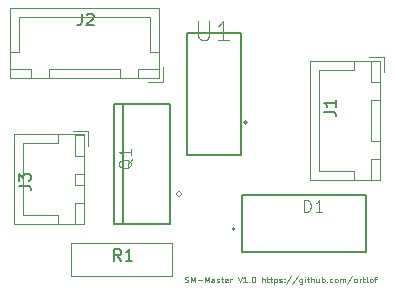
<source format=gto>
G04 #@! TF.GenerationSoftware,KiCad,Pcbnew,(5.1.5)-3*
G04 #@! TF.CreationDate,2020-04-03T17:49:39+02:00*
G04 #@! TF.ProjectId,SM-Magnet,534d2d4d-6167-46e6-9574-2e6b69636164,rev?*
G04 #@! TF.SameCoordinates,Original*
G04 #@! TF.FileFunction,Legend,Top*
G04 #@! TF.FilePolarity,Positive*
%FSLAX46Y46*%
G04 Gerber Fmt 4.6, Leading zero omitted, Abs format (unit mm)*
G04 Created by KiCad (PCBNEW (5.1.5)-3) date 2020-04-03 17:49:39*
%MOMM*%
%LPD*%
G04 APERTURE LIST*
%ADD10C,0.100000*%
%ADD11C,0.127000*%
%ADD12C,0.200000*%
%ADD13C,0.120000*%
%ADD14C,0.152400*%
%ADD15C,0.015000*%
%ADD16C,0.150000*%
G04 APERTURE END LIST*
D10*
X38916666Y-40702380D02*
X38988095Y-40726190D01*
X39107142Y-40726190D01*
X39154761Y-40702380D01*
X39178571Y-40678571D01*
X39202380Y-40630952D01*
X39202380Y-40583333D01*
X39178571Y-40535714D01*
X39154761Y-40511904D01*
X39107142Y-40488095D01*
X39011904Y-40464285D01*
X38964285Y-40440476D01*
X38940476Y-40416666D01*
X38916666Y-40369047D01*
X38916666Y-40321428D01*
X38940476Y-40273809D01*
X38964285Y-40250000D01*
X39011904Y-40226190D01*
X39130952Y-40226190D01*
X39202380Y-40250000D01*
X39416666Y-40726190D02*
X39416666Y-40226190D01*
X39583333Y-40583333D01*
X39749999Y-40226190D01*
X39749999Y-40726190D01*
X39988095Y-40535714D02*
X40369047Y-40535714D01*
X40607142Y-40726190D02*
X40607142Y-40226190D01*
X40773809Y-40583333D01*
X40940476Y-40226190D01*
X40940476Y-40726190D01*
X41392857Y-40726190D02*
X41392857Y-40464285D01*
X41369047Y-40416666D01*
X41321428Y-40392857D01*
X41226190Y-40392857D01*
X41178571Y-40416666D01*
X41392857Y-40702380D02*
X41345238Y-40726190D01*
X41226190Y-40726190D01*
X41178571Y-40702380D01*
X41154761Y-40654761D01*
X41154761Y-40607142D01*
X41178571Y-40559523D01*
X41226190Y-40535714D01*
X41345238Y-40535714D01*
X41392857Y-40511904D01*
X41607142Y-40702380D02*
X41654761Y-40726190D01*
X41749999Y-40726190D01*
X41797619Y-40702380D01*
X41821428Y-40654761D01*
X41821428Y-40630952D01*
X41797619Y-40583333D01*
X41749999Y-40559523D01*
X41678571Y-40559523D01*
X41630952Y-40535714D01*
X41607142Y-40488095D01*
X41607142Y-40464285D01*
X41630952Y-40416666D01*
X41678571Y-40392857D01*
X41749999Y-40392857D01*
X41797619Y-40416666D01*
X41964285Y-40392857D02*
X42154761Y-40392857D01*
X42035714Y-40226190D02*
X42035714Y-40654761D01*
X42059523Y-40702380D01*
X42107142Y-40726190D01*
X42154761Y-40726190D01*
X42511904Y-40702380D02*
X42464285Y-40726190D01*
X42369047Y-40726190D01*
X42321428Y-40702380D01*
X42297619Y-40654761D01*
X42297619Y-40464285D01*
X42321428Y-40416666D01*
X42369047Y-40392857D01*
X42464285Y-40392857D01*
X42511904Y-40416666D01*
X42535714Y-40464285D01*
X42535714Y-40511904D01*
X42297619Y-40559523D01*
X42749999Y-40726190D02*
X42749999Y-40392857D01*
X42749999Y-40488095D02*
X42773809Y-40440476D01*
X42797619Y-40416666D01*
X42845238Y-40392857D01*
X42892857Y-40392857D01*
X43369047Y-40226190D02*
X43535714Y-40726190D01*
X43702380Y-40226190D01*
X44130952Y-40726190D02*
X43845238Y-40726190D01*
X43988095Y-40726190D02*
X43988095Y-40226190D01*
X43940476Y-40297619D01*
X43892857Y-40345238D01*
X43845238Y-40369047D01*
X44345238Y-40678571D02*
X44369047Y-40702380D01*
X44345238Y-40726190D01*
X44321428Y-40702380D01*
X44345238Y-40678571D01*
X44345238Y-40726190D01*
X44678571Y-40226190D02*
X44726190Y-40226190D01*
X44773809Y-40250000D01*
X44797619Y-40273809D01*
X44821428Y-40321428D01*
X44845238Y-40416666D01*
X44845238Y-40535714D01*
X44821428Y-40630952D01*
X44797619Y-40678571D01*
X44773809Y-40702380D01*
X44726190Y-40726190D01*
X44678571Y-40726190D01*
X44630952Y-40702380D01*
X44607142Y-40678571D01*
X44583333Y-40630952D01*
X44559523Y-40535714D01*
X44559523Y-40416666D01*
X44583333Y-40321428D01*
X44607142Y-40273809D01*
X44630952Y-40250000D01*
X44678571Y-40226190D01*
X45440476Y-40726190D02*
X45440476Y-40226190D01*
X45654761Y-40726190D02*
X45654761Y-40464285D01*
X45630952Y-40416666D01*
X45583333Y-40392857D01*
X45511904Y-40392857D01*
X45464285Y-40416666D01*
X45440476Y-40440476D01*
X45821428Y-40392857D02*
X46011904Y-40392857D01*
X45892857Y-40226190D02*
X45892857Y-40654761D01*
X45916666Y-40702380D01*
X45964285Y-40726190D01*
X46011904Y-40726190D01*
X46107142Y-40392857D02*
X46297619Y-40392857D01*
X46178571Y-40226190D02*
X46178571Y-40654761D01*
X46202380Y-40702380D01*
X46249999Y-40726190D01*
X46297619Y-40726190D01*
X46464285Y-40392857D02*
X46464285Y-40892857D01*
X46464285Y-40416666D02*
X46511904Y-40392857D01*
X46607142Y-40392857D01*
X46654761Y-40416666D01*
X46678571Y-40440476D01*
X46702380Y-40488095D01*
X46702380Y-40630952D01*
X46678571Y-40678571D01*
X46654761Y-40702380D01*
X46607142Y-40726190D01*
X46511904Y-40726190D01*
X46464285Y-40702380D01*
X46892857Y-40702380D02*
X46940476Y-40726190D01*
X47035714Y-40726190D01*
X47083333Y-40702380D01*
X47107142Y-40654761D01*
X47107142Y-40630952D01*
X47083333Y-40583333D01*
X47035714Y-40559523D01*
X46964285Y-40559523D01*
X46916666Y-40535714D01*
X46892857Y-40488095D01*
X46892857Y-40464285D01*
X46916666Y-40416666D01*
X46964285Y-40392857D01*
X47035714Y-40392857D01*
X47083333Y-40416666D01*
X47321428Y-40678571D02*
X47345238Y-40702380D01*
X47321428Y-40726190D01*
X47297619Y-40702380D01*
X47321428Y-40678571D01*
X47321428Y-40726190D01*
X47321428Y-40416666D02*
X47345238Y-40440476D01*
X47321428Y-40464285D01*
X47297619Y-40440476D01*
X47321428Y-40416666D01*
X47321428Y-40464285D01*
X47916666Y-40202380D02*
X47488095Y-40845238D01*
X48440476Y-40202380D02*
X48011904Y-40845238D01*
X48821428Y-40392857D02*
X48821428Y-40797619D01*
X48797619Y-40845238D01*
X48773809Y-40869047D01*
X48726190Y-40892857D01*
X48654761Y-40892857D01*
X48607142Y-40869047D01*
X48821428Y-40702380D02*
X48773809Y-40726190D01*
X48678571Y-40726190D01*
X48630952Y-40702380D01*
X48607142Y-40678571D01*
X48583333Y-40630952D01*
X48583333Y-40488095D01*
X48607142Y-40440476D01*
X48630952Y-40416666D01*
X48678571Y-40392857D01*
X48773809Y-40392857D01*
X48821428Y-40416666D01*
X49059523Y-40726190D02*
X49059523Y-40392857D01*
X49059523Y-40226190D02*
X49035714Y-40250000D01*
X49059523Y-40273809D01*
X49083333Y-40250000D01*
X49059523Y-40226190D01*
X49059523Y-40273809D01*
X49226190Y-40392857D02*
X49416666Y-40392857D01*
X49297619Y-40226190D02*
X49297619Y-40654761D01*
X49321428Y-40702380D01*
X49369047Y-40726190D01*
X49416666Y-40726190D01*
X49583333Y-40726190D02*
X49583333Y-40226190D01*
X49797619Y-40726190D02*
X49797619Y-40464285D01*
X49773809Y-40416666D01*
X49726190Y-40392857D01*
X49654761Y-40392857D01*
X49607142Y-40416666D01*
X49583333Y-40440476D01*
X50249999Y-40392857D02*
X50249999Y-40726190D01*
X50035714Y-40392857D02*
X50035714Y-40654761D01*
X50059523Y-40702380D01*
X50107142Y-40726190D01*
X50178571Y-40726190D01*
X50226190Y-40702380D01*
X50249999Y-40678571D01*
X50488095Y-40726190D02*
X50488095Y-40226190D01*
X50488095Y-40416666D02*
X50535714Y-40392857D01*
X50630952Y-40392857D01*
X50678571Y-40416666D01*
X50702380Y-40440476D01*
X50726190Y-40488095D01*
X50726190Y-40630952D01*
X50702380Y-40678571D01*
X50678571Y-40702380D01*
X50630952Y-40726190D01*
X50535714Y-40726190D01*
X50488095Y-40702380D01*
X50940476Y-40678571D02*
X50964285Y-40702380D01*
X50940476Y-40726190D01*
X50916666Y-40702380D01*
X50940476Y-40678571D01*
X50940476Y-40726190D01*
X51392857Y-40702380D02*
X51345238Y-40726190D01*
X51249999Y-40726190D01*
X51202380Y-40702380D01*
X51178571Y-40678571D01*
X51154761Y-40630952D01*
X51154761Y-40488095D01*
X51178571Y-40440476D01*
X51202380Y-40416666D01*
X51249999Y-40392857D01*
X51345238Y-40392857D01*
X51392857Y-40416666D01*
X51678571Y-40726190D02*
X51630952Y-40702380D01*
X51607142Y-40678571D01*
X51583333Y-40630952D01*
X51583333Y-40488095D01*
X51607142Y-40440476D01*
X51630952Y-40416666D01*
X51678571Y-40392857D01*
X51749999Y-40392857D01*
X51797619Y-40416666D01*
X51821428Y-40440476D01*
X51845238Y-40488095D01*
X51845238Y-40630952D01*
X51821428Y-40678571D01*
X51797619Y-40702380D01*
X51749999Y-40726190D01*
X51678571Y-40726190D01*
X52059523Y-40726190D02*
X52059523Y-40392857D01*
X52059523Y-40440476D02*
X52083333Y-40416666D01*
X52130952Y-40392857D01*
X52202380Y-40392857D01*
X52249999Y-40416666D01*
X52273809Y-40464285D01*
X52273809Y-40726190D01*
X52273809Y-40464285D02*
X52297619Y-40416666D01*
X52345238Y-40392857D01*
X52416666Y-40392857D01*
X52464285Y-40416666D01*
X52488095Y-40464285D01*
X52488095Y-40726190D01*
X53083333Y-40202380D02*
X52654761Y-40845238D01*
X53321428Y-40726190D02*
X53273809Y-40702380D01*
X53249999Y-40678571D01*
X53226190Y-40630952D01*
X53226190Y-40488095D01*
X53249999Y-40440476D01*
X53273809Y-40416666D01*
X53321428Y-40392857D01*
X53392857Y-40392857D01*
X53440476Y-40416666D01*
X53464285Y-40440476D01*
X53488095Y-40488095D01*
X53488095Y-40630952D01*
X53464285Y-40678571D01*
X53440476Y-40702380D01*
X53392857Y-40726190D01*
X53321428Y-40726190D01*
X53702380Y-40726190D02*
X53702380Y-40392857D01*
X53702380Y-40488095D02*
X53726190Y-40440476D01*
X53749999Y-40416666D01*
X53797619Y-40392857D01*
X53845238Y-40392857D01*
X53940476Y-40392857D02*
X54130952Y-40392857D01*
X54011904Y-40226190D02*
X54011904Y-40654761D01*
X54035714Y-40702380D01*
X54083333Y-40726190D01*
X54130952Y-40726190D01*
X54369047Y-40726190D02*
X54321428Y-40702380D01*
X54297619Y-40654761D01*
X54297619Y-40226190D01*
X54630952Y-40726190D02*
X54583333Y-40702380D01*
X54559523Y-40678571D01*
X54535714Y-40630952D01*
X54535714Y-40488095D01*
X54559523Y-40440476D01*
X54583333Y-40416666D01*
X54630952Y-40392857D01*
X54702380Y-40392857D01*
X54749999Y-40416666D01*
X54773809Y-40440476D01*
X54797619Y-40488095D01*
X54797619Y-40630952D01*
X54773809Y-40678571D01*
X54749999Y-40702380D01*
X54702380Y-40726190D01*
X54630952Y-40726190D01*
X54940476Y-40392857D02*
X55130952Y-40392857D01*
X55011904Y-40726190D02*
X55011904Y-40297619D01*
X55035714Y-40250000D01*
X55083333Y-40226190D01*
X55130952Y-40226190D01*
D11*
X43730000Y-33290000D02*
X43730000Y-38130000D01*
X43730000Y-38130000D02*
X54260000Y-38130000D01*
X54260000Y-38130000D02*
X54260000Y-33290000D01*
X54260000Y-33290000D02*
X43730000Y-33290000D01*
D12*
X43100000Y-36200000D02*
G75*
G03X43100000Y-36200000I-100000J0D01*
G01*
D13*
X37850000Y-37410000D02*
X37850000Y-40190000D01*
X29230000Y-37410000D02*
X29230000Y-40190000D01*
X29230000Y-40190000D02*
X37850000Y-40190000D01*
X29230000Y-37410000D02*
X37850000Y-37410000D01*
D14*
X43650000Y-29947000D02*
X39050000Y-29947000D01*
X39050000Y-29947000D02*
X39050000Y-19640000D01*
X39050000Y-19640000D02*
X43650000Y-19640000D01*
X43650000Y-19640000D02*
X43650000Y-29947000D01*
D12*
X44161803Y-27190000D02*
G75*
G03X44161803Y-27190000I-111803J0D01*
G01*
D11*
X33700000Y-35800000D02*
X33700000Y-25600000D01*
D10*
X38600000Y-33240000D02*
G75*
G03X38600000Y-33240000I-200000J0D01*
G01*
D11*
X32920000Y-35780000D02*
X37620000Y-35780000D01*
X32920000Y-25620000D02*
X32920000Y-35780000D01*
X37620000Y-25620000D02*
X32920000Y-25620000D01*
X37620000Y-35780000D02*
X37620000Y-25620000D01*
D13*
X55750000Y-21650000D02*
X54500000Y-21650000D01*
X55750000Y-22900000D02*
X55750000Y-21650000D01*
X50250000Y-31300000D02*
X50250000Y-27000000D01*
X53200000Y-31300000D02*
X50250000Y-31300000D01*
X53200000Y-32050000D02*
X53200000Y-31300000D01*
X50250000Y-22700000D02*
X50250000Y-27000000D01*
X53200000Y-22700000D02*
X50250000Y-22700000D01*
X53200000Y-21950000D02*
X53200000Y-22700000D01*
X55450000Y-32050000D02*
X55450000Y-30250000D01*
X54700000Y-32050000D02*
X55450000Y-32050000D01*
X54700000Y-30250000D02*
X54700000Y-32050000D01*
X55450000Y-30250000D02*
X54700000Y-30250000D01*
X55450000Y-23750000D02*
X55450000Y-21950000D01*
X54700000Y-23750000D02*
X55450000Y-23750000D01*
X54700000Y-21950000D02*
X54700000Y-23750000D01*
X55450000Y-21950000D02*
X54700000Y-21950000D01*
X55450000Y-28750000D02*
X55450000Y-25250000D01*
X54700000Y-28750000D02*
X55450000Y-28750000D01*
X54700000Y-25250000D02*
X54700000Y-28750000D01*
X55450000Y-25250000D02*
X54700000Y-25250000D01*
X55460000Y-32060000D02*
X55460000Y-21940000D01*
X49490000Y-32060000D02*
X55460000Y-32060000D01*
X49490000Y-21940000D02*
X49490000Y-32060000D01*
X55460000Y-21940000D02*
X49490000Y-21940000D01*
X30690000Y-27900000D02*
X29440000Y-27900000D01*
X30690000Y-29150000D02*
X30690000Y-27900000D01*
X25190000Y-35050000D02*
X25190000Y-32000000D01*
X28140000Y-35050000D02*
X25190000Y-35050000D01*
X28140000Y-35800000D02*
X28140000Y-35050000D01*
X25190000Y-28950000D02*
X25190000Y-32000000D01*
X28140000Y-28950000D02*
X25190000Y-28950000D01*
X28140000Y-28200000D02*
X28140000Y-28950000D01*
X30390000Y-35800000D02*
X30390000Y-34000000D01*
X29640000Y-35800000D02*
X30390000Y-35800000D01*
X29640000Y-34000000D02*
X29640000Y-35800000D01*
X30390000Y-34000000D02*
X29640000Y-34000000D01*
X30390000Y-30000000D02*
X30390000Y-28200000D01*
X29640000Y-30000000D02*
X30390000Y-30000000D01*
X29640000Y-28200000D02*
X29640000Y-30000000D01*
X30390000Y-28200000D02*
X29640000Y-28200000D01*
X30390000Y-32500000D02*
X30390000Y-31500000D01*
X29640000Y-32500000D02*
X30390000Y-32500000D01*
X29640000Y-31500000D02*
X29640000Y-32500000D01*
X30390000Y-31500000D02*
X29640000Y-31500000D01*
X30400000Y-35810000D02*
X30400000Y-28190000D01*
X24430000Y-35810000D02*
X30400000Y-35810000D01*
X24430000Y-28190000D02*
X24430000Y-35810000D01*
X30400000Y-28190000D02*
X24430000Y-28190000D01*
X37013000Y-23721000D02*
X37013000Y-22471000D01*
X35763000Y-23721000D02*
X37013000Y-23721000D01*
X24863000Y-18221000D02*
X30413000Y-18221000D01*
X24863000Y-21171000D02*
X24863000Y-18221000D01*
X24113000Y-21171000D02*
X24863000Y-21171000D01*
X35963000Y-18221000D02*
X30413000Y-18221000D01*
X35963000Y-21171000D02*
X35963000Y-18221000D01*
X36713000Y-21171000D02*
X35963000Y-21171000D01*
X24113000Y-23421000D02*
X25913000Y-23421000D01*
X24113000Y-22671000D02*
X24113000Y-23421000D01*
X25913000Y-22671000D02*
X24113000Y-22671000D01*
X25913000Y-23421000D02*
X25913000Y-22671000D01*
X34913000Y-23421000D02*
X36713000Y-23421000D01*
X34913000Y-22671000D02*
X34913000Y-23421000D01*
X36713000Y-22671000D02*
X34913000Y-22671000D01*
X36713000Y-23421000D02*
X36713000Y-22671000D01*
X27413000Y-23421000D02*
X33413000Y-23421000D01*
X27413000Y-22671000D02*
X27413000Y-23421000D01*
X33413000Y-22671000D02*
X27413000Y-22671000D01*
X33413000Y-23421000D02*
X33413000Y-22671000D01*
X24103000Y-23431000D02*
X36723000Y-23431000D01*
X24103000Y-17461000D02*
X24103000Y-23431000D01*
X36723000Y-17461000D02*
X24103000Y-17461000D01*
X36723000Y-23431000D02*
X36723000Y-17461000D01*
D15*
X49011904Y-34746380D02*
X49011904Y-33746380D01*
X49250000Y-33746380D01*
X49392857Y-33794000D01*
X49488095Y-33889238D01*
X49535714Y-33984476D01*
X49583333Y-34174952D01*
X49583333Y-34317809D01*
X49535714Y-34508285D01*
X49488095Y-34603523D01*
X49392857Y-34698761D01*
X49250000Y-34746380D01*
X49011904Y-34746380D01*
X50535714Y-34746380D02*
X49964285Y-34746380D01*
X50250000Y-34746380D02*
X50250000Y-33746380D01*
X50154761Y-33889238D01*
X50059523Y-33984476D01*
X49964285Y-34032095D01*
D16*
X33500333Y-38898380D02*
X33167000Y-38422190D01*
X32928904Y-38898380D02*
X32928904Y-37898380D01*
X33309857Y-37898380D01*
X33405095Y-37946000D01*
X33452714Y-37993619D01*
X33500333Y-38088857D01*
X33500333Y-38231714D01*
X33452714Y-38326952D01*
X33405095Y-38374571D01*
X33309857Y-38422190D01*
X32928904Y-38422190D01*
X34452714Y-38898380D02*
X33881285Y-38898380D01*
X34167000Y-38898380D02*
X34167000Y-37898380D01*
X34071761Y-38041238D01*
X33976523Y-38136476D01*
X33881285Y-38184095D01*
D15*
X40039042Y-18559874D02*
X40039042Y-19889016D01*
X40117227Y-20045386D01*
X40195412Y-20123571D01*
X40351781Y-20201756D01*
X40664521Y-20201756D01*
X40820890Y-20123571D01*
X40899075Y-20045386D01*
X40977260Y-19889016D01*
X40977260Y-18559874D01*
X42619142Y-20201756D02*
X41680924Y-20201756D01*
X42150033Y-20201756D02*
X42150033Y-18559874D01*
X41993663Y-18794428D01*
X41837294Y-18950798D01*
X41680924Y-19028983D01*
X34404477Y-30307387D02*
X34356783Y-30402774D01*
X34261396Y-30498162D01*
X34118315Y-30641243D01*
X34070621Y-30736630D01*
X34070621Y-30832017D01*
X34309089Y-30784324D02*
X34261396Y-30879711D01*
X34166008Y-30975098D01*
X33975234Y-31022792D01*
X33641378Y-31022792D01*
X33450603Y-30975098D01*
X33355216Y-30879711D01*
X33307522Y-30784324D01*
X33307522Y-30593549D01*
X33355216Y-30498162D01*
X33450603Y-30402774D01*
X33641378Y-30355081D01*
X33975234Y-30355081D01*
X34166008Y-30402774D01*
X34261396Y-30498162D01*
X34309089Y-30593549D01*
X34309089Y-30784324D01*
X34309089Y-29401207D02*
X34309089Y-29973531D01*
X34309089Y-29687369D02*
X33307522Y-29687369D01*
X33450603Y-29782757D01*
X33545991Y-29878144D01*
X33593684Y-29973531D01*
D16*
X50674380Y-26273333D02*
X51388666Y-26273333D01*
X51531523Y-26320952D01*
X51626761Y-26416190D01*
X51674380Y-26559047D01*
X51674380Y-26654285D01*
X51674380Y-25273333D02*
X51674380Y-25844761D01*
X51674380Y-25559047D02*
X50674380Y-25559047D01*
X50817238Y-25654285D01*
X50912476Y-25749523D01*
X50960095Y-25844761D01*
X24833380Y-32516333D02*
X25547666Y-32516333D01*
X25690523Y-32563952D01*
X25785761Y-32659190D01*
X25833380Y-32802047D01*
X25833380Y-32897285D01*
X24833380Y-32135380D02*
X24833380Y-31516333D01*
X25214333Y-31849666D01*
X25214333Y-31706809D01*
X25261952Y-31611571D01*
X25309571Y-31563952D01*
X25404809Y-31516333D01*
X25642904Y-31516333D01*
X25738142Y-31563952D01*
X25785761Y-31611571D01*
X25833380Y-31706809D01*
X25833380Y-31992523D01*
X25785761Y-32087761D01*
X25738142Y-32135380D01*
X30166666Y-17952380D02*
X30166666Y-18666666D01*
X30119047Y-18809523D01*
X30023809Y-18904761D01*
X29880952Y-18952380D01*
X29785714Y-18952380D01*
X30595238Y-18047619D02*
X30642857Y-18000000D01*
X30738095Y-17952380D01*
X30976190Y-17952380D01*
X31071428Y-18000000D01*
X31119047Y-18047619D01*
X31166666Y-18142857D01*
X31166666Y-18238095D01*
X31119047Y-18380952D01*
X30547619Y-18952380D01*
X31166666Y-18952380D01*
M02*

</source>
